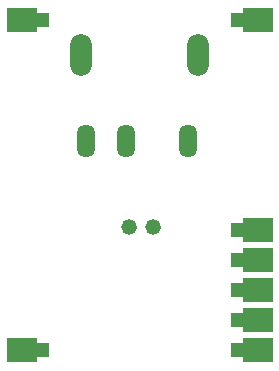
<source format=gbr>
%TF.GenerationSoftware,KiCad,Pcbnew,9.0.1+dfsg-1*%
%TF.CreationDate,2025-05-01T11:06:43+02:00*%
%TF.ProjectId,solar-and-dc-connectors,736f6c61-722d-4616-9e64-2d64632d636f,rev?*%
%TF.SameCoordinates,Original*%
%TF.FileFunction,Soldermask,Top*%
%TF.FilePolarity,Negative*%
%FSLAX46Y46*%
G04 Gerber Fmt 4.6, Leading zero omitted, Abs format (unit mm)*
G04 Created by KiCad (PCBNEW 9.0.1+dfsg-1) date 2025-05-01 11:06:43*
%MOMM*%
%LPD*%
G01*
G04 APERTURE LIST*
G04 Aperture macros list*
%AMRoundRect*
0 Rectangle with rounded corners*
0 $1 Rounding radius*
0 $2 $3 $4 $5 $6 $7 $8 $9 X,Y pos of 4 corners*
0 Add a 4 corners polygon primitive as box body*
4,1,4,$2,$3,$4,$5,$6,$7,$8,$9,$2,$3,0*
0 Add four circle primitives for the rounded corners*
1,1,$1+$1,$2,$3*
1,1,$1+$1,$4,$5*
1,1,$1+$1,$6,$7*
1,1,$1+$1,$8,$9*
0 Add four rect primitives between the rounded corners*
20,1,$1+$1,$2,$3,$4,$5,0*
20,1,$1+$1,$4,$5,$6,$7,0*
20,1,$1+$1,$6,$7,$8,$9,0*
20,1,$1+$1,$8,$9,$2,$3,0*%
G04 Aperture macros list end*
%ADD10C,1.320800*%
%ADD11R,2.540000X2.000000*%
%ADD12RoundRect,0.250000X0.375000X0.375000X-0.375000X0.375000X-0.375000X-0.375000X0.375000X-0.375000X0*%
%ADD13O,1.512000X2.820000*%
%ADD14O,1.864000X3.524000*%
G04 APERTURE END LIST*
D10*
%TO.C,J1*%
X62484000Y-47879000D03*
X64484001Y-47879000D03*
%TD*%
D11*
%TO.C,M1*%
X53373000Y-30353000D03*
D12*
X55073000Y-30353000D03*
D11*
X53373000Y-58293000D03*
D12*
X55073000Y-58293000D03*
X71673000Y-30353000D03*
D11*
X73373000Y-30353000D03*
D12*
X71673000Y-48133000D03*
D11*
X73373000Y-48133000D03*
D12*
X71673000Y-50673000D03*
D11*
X73373000Y-50673000D03*
D12*
X71673000Y-53213000D03*
D11*
X73373000Y-53213000D03*
D12*
X71673000Y-55753000D03*
D11*
X73373000Y-55753000D03*
D12*
X71673000Y-58293000D03*
D11*
X73373000Y-58293000D03*
%TD*%
D13*
%TO.C,J2*%
X58820000Y-40574000D03*
X67420000Y-40574000D03*
X62220000Y-40574000D03*
D14*
X68320000Y-33274000D03*
X58420000Y-33274000D03*
%TD*%
M02*

</source>
